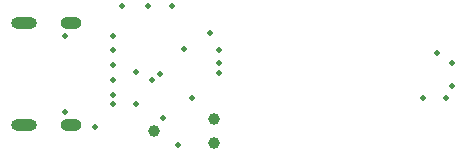
<source format=gbl>
G04*
G04 #@! TF.GenerationSoftware,Altium Limited,Altium Designer,24.4.1 (13)*
G04*
G04 Layer_Physical_Order=4*
G04 Layer_Color=16711680*
%FSLAX44Y44*%
%MOMM*%
G71*
G04*
G04 #@! TF.SameCoordinates,FBB8034B-2DAB-42A6-95D9-ED54450D3511*
G04*
G04*
G04 #@! TF.FilePolarity,Positive*
G04*
G01*
G75*
%ADD37C,0.9906*%
%ADD38O,2.2000X1.0000*%
%ADD39O,1.8000X1.0000*%
%ADD40C,0.5000*%
D37*
X134600Y21350D02*
D03*
X185400Y31510D02*
D03*
Y11190D02*
D03*
D38*
X25000Y26800D02*
D03*
Y113200D02*
D03*
D39*
X65000Y26800D02*
D03*
Y113200D02*
D03*
D40*
X190000Y79500D02*
D03*
Y90500D02*
D03*
X362500Y50000D02*
D03*
X382500D02*
D03*
X387500Y60250D02*
D03*
X375000Y87500D02*
D03*
X387500Y79750D02*
D03*
X190000Y70500D02*
D03*
X182500Y105000D02*
D03*
X107500Y127500D02*
D03*
X120000Y72000D02*
D03*
X119500Y45000D02*
D03*
X130000Y127500D02*
D03*
X160000Y91500D02*
D03*
X140000Y70000D02*
D03*
X133500Y65000D02*
D03*
X167500Y50000D02*
D03*
X150000Y127500D02*
D03*
X100000Y102500D02*
D03*
Y90000D02*
D03*
Y52500D02*
D03*
X155000Y10000D02*
D03*
X142500Y32500D02*
D03*
X85000Y25000D02*
D03*
X100500Y45000D02*
D03*
X100000Y77500D02*
D03*
X100000Y65000D02*
D03*
X60000Y38000D02*
D03*
Y102000D02*
D03*
M02*

</source>
